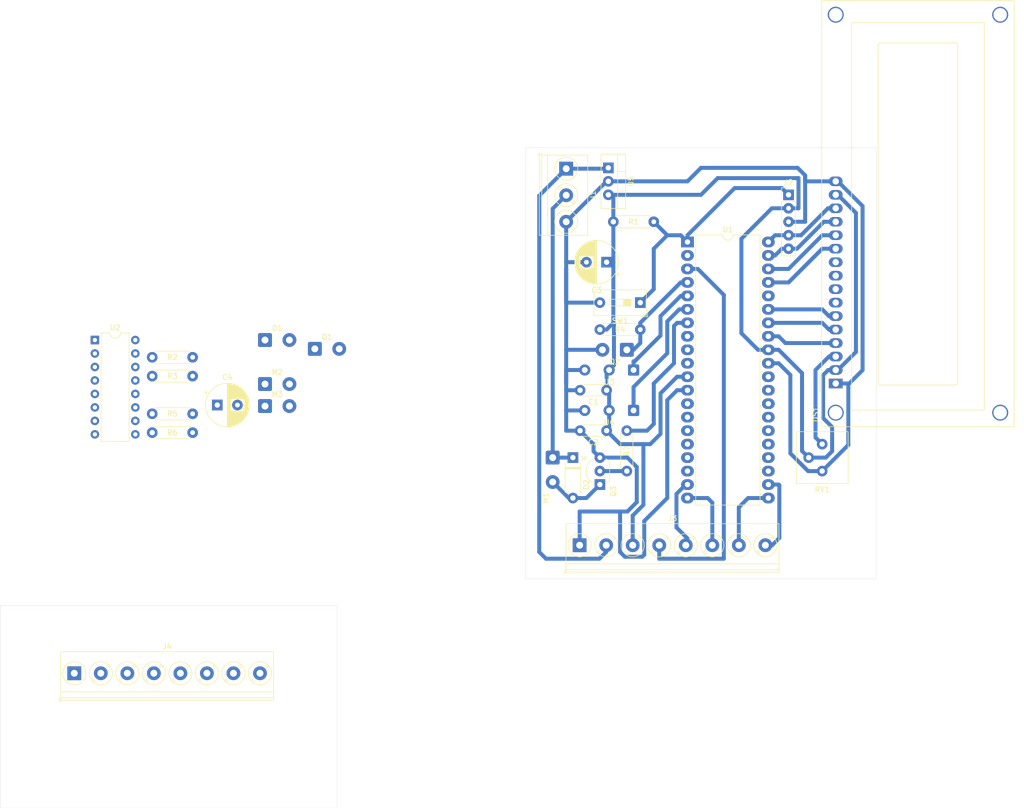
<source format=kicad_pcb>
(kicad_pcb (version 20240108) (generator "pcbnew") (generator_version "8.0")
  (layers (0 "F.Cu" signal) (31 "B.Cu" signal) (34 "B.Paste" user) (35 "F.Paste" user) (36 "B.SilkS" user "B.Silkscreen") (37 "F.SilkS" user "F.Silkscreen") (38 "B.Mask" user) (39 "F.Mask" user) (44 "Edge.Cuts" user))
  (net 0 "")
  (net 1 "+5V")
  (net 2 "GND")
  (net 3 "Net-(D1-A)")
  (net 4 "+12V")
  (net 5 "Net-(D2-A)")
  (net 6 "Net-(DS1-D4)")
  (net 8 "Net-(DS1-D7)")
  (net 9 "Net-(DS1-E)")
  (net 10 "Net-(DS1-R{slash}W)")
  (net 13 "Net-(DS1-D5)")
  (net 14 "Net-(DS1-RS)")
  (net 15 "Net-(DS1-VO)")
  (net 16 "Net-(DS1-D6)")
  (net 18 "+9V")
  (net 19 "Net-(M2--)")
  (net 20 "Net-(M2-+)")
  (net 21 "Net-(M3--)")
  (net 22 "Net-(M3-+)")
  (net 23 "Net-(Q2-C)")
  (net 24 "fan")
  (net 25 "Net-(J2-Pin_1)")
  (net 26 "Net-(U2-EN1,2)")
  (net 27 "Net-(U2-EN3,4)")
  (net 41 "Net-(U1-RA4)")
  (net 43 "Net-(U1-RA3)")
  (net 44 "Net-(J3-Pin_4)")
  (net 48 "Net-(J3-Pin_5)")
  (net 51 "Net-(J4-Pin_4)")
  (net 52 "Net-(J4-Pin_2)")
  (net 53 "Net-(J4-Pin_5)")
  (net 54 "Net-(J4-Pin_1)")
  (net 55 "Net-(J4-Pin_3)")
  (net 56 "Net-(Q3-B)")
  (net 57 "Net-(J3-Pin_6)")
  (net 58 "Net-(J3-Pin_8)")
  (net 59 "Net-(J3-Pin_7)")
  (footprint "EZ_TEJ_Library:TO-92_Inline_Wide" (layer "F.Cu") (at 140.97 114.3 90)
    (property "Reference" "Q3" (at -1.27 2.54 90) (layer "F.SilkS"))
    (property "Value" "NPN")
    (pad "1" thru_hole rect (at 0 0 90) (size 2 2) (drill 1) (layers "*.Cu" "*.Mask") (net 5 "Net-(D2-A)"))
    (pad "2" thru_hole circle (at 2.54 0 90) (size 2 2) (drill 0.9) (layers "*.Cu" "*.Mask") (net 56 "Net-(Q3-B)"))
    (pad "3" thru_hole circle (at 5.08 0 90) (size 2 2) (drill 0.9) (layers "*.Cu" "*.Mask") (net 2 "GND"))
  )
  (footprint "EZ_TEJ_Library:DIP-40_W15.24mm_LongPads" (layer "F.Cu") (at 157.48 68.58)
    (property "Reference" "U1" (at 7.62 -2.33 0) (layer "F.SilkS"))
    (property "Value" "PIC16F18875-E/P")
    (pad "1" thru_hole rect (at 0 0) (size 2.4 2) (drill 1) (layers "*.Cu" "*.Mask") (net 25 "Net-(J2-Pin_1)"))
    (pad "2" thru_hole oval (at 0 2.54) (size 2.4 2) (drill 1) (layers "*.Cu" "*.Mask"))
    (pad "3" thru_hole oval (at 0 5.08) (size 2.4 2) (drill 1) (layers "*.Cu" "*.Mask") (net 44 "Net-(J3-Pin_4)"))
    (pad "4" thru_hole oval (at 0 7.62) (size 2.4 2) (drill 1) (layers "*.Cu" "*.Mask") (net 23 "Net-(Q2-C)"))
    (pad "5" thru_hole oval (at 0 10.16) (size 2.4 2) (drill 1) (layers "*.Cu" "*.Mask") (net 43 "Net-(U1-RA3)"))
    (pad "6" thru_hole oval (at 0 12.7) (size 2.4 2) (drill 1) (layers "*.Cu" "*.Mask") (net 41 "Net-(U1-RA4)"))
    (pad "7" thru_hole oval (at 0 15.24) (size 2.4 2) (drill 1) (layers "*.Cu" "*.Mask") (net 24 "fan"))
    (pad "8" thru_hole oval (at 0 17.78) (size 2.4 2) (drill 1) (layers "*.Cu" "*.Mask"))
    (pad "9" thru_hole oval (at 0 20.32) (size 2.4 2) (drill 1) (layers "*.Cu" "*.Mask"))
    (pad "10" thru_hole oval (at 0 22.86) (size 2.4 2) (drill 1) (layers "*.Cu" "*.Mask"))
    (pad "11" thru_hole oval (at 0 25.4) (size 2.4 2) (drill 1) (layers "*.Cu" "*.Mask") (net 1 "+5V"))
    (pad "12" thru_hole oval (at 0 27.94) (size 2.4 2) (drill 1) (layers "*.Cu" "*.Mask") (net 2 "GND"))
    (pad "13" thru_hole oval (at 0 30.48) (size 2.4 2) (drill 1) (layers "*.Cu" "*.Mask"))
    (pad "14" thru_hole oval (at 0 33.02) (size 2.4 2) (drill 1) (layers "*.Cu" "*.Mask"))
    (pad "15" thru_hole oval (at 0 35.56) (size 2.4 2) (drill 1) (layers "*.Cu" "*.Mask"))
    (pad "16" thru_hole oval (at 0 38.1) (size 2.4 2) (drill 1) (layers "*.Cu" "*.Mask"))
    (pad "17" thru_hole oval (at 0 40.64) (size 2.4 2) (drill 1) (layers "*.Cu" "*.Mask"))
    (pad "18" thru_hole oval (at 0 43.18) (size 2.4 2) (drill 1) (layers "*.Cu" "*.Mask"))
    (pad "19" thru_hole oval (at 0 45.72) (size 2.4 2) (drill 1) (layers "*.Cu" "*.Mask") (net 48 "Net-(J3-Pin_5)"))
    (pad "20" thru_hole oval (at 0 48.26) (size 2.4 2) (drill 1) (layers "*.Cu" "*.Mask") (net 57 "Net-(J3-Pin_6)"))
    (pad "21" thru_hole oval (at 15.24 48.26) (size 2.4 2) (drill 1) (layers "*.Cu" "*.Mask") (net 59 "Net-(J3-Pin_7)"))
    (pad "22" thru_hole oval (at 15.24 45.72) (size 2.4 2) (drill 1) (layers "*.Cu" "*.Mask") (net 58 "Net-(J3-Pin_8)"))
    (pad "23" thru_hole oval (at 15.24 43.18) (size 2.4 2) (drill 1) (layers "*.Cu" "*.Mask"))
    (pad "24" thru_hole oval (at 15.24 40.64) (size 2.4 2) (drill 1) (layers "*.Cu" "*.Mask"))
    (pad "25" thru_hole oval (at 15.24 38.1) (size 2.4 2) (drill 1) (layers "*.Cu" "*.Mask"))
    (pad "26" thru_hole oval (at 15.24 35.56) (size 2.4 2) (drill 1) (layers "*.Cu" "*.Mask"))
    (pad "27" thru_hole oval (at 15.24 33.02) (size 2.4 2) (drill 1) (layers "*.Cu" "*.Mask"))
    (pad "28" thru_hole oval (at 15.24 30.48) (size 2.4 2) (drill 1) (layers "*.Cu" "*.Mask"))
    (pad "29" thru_hole oval (at 15.24 27.94) (size 2.4 2) (drill 1) (layers "*.Cu" "*.Mask"))
    (pad "30" thru_hole oval (at 15.24 25.4) (size 2.4 2) (drill 1) (layers "*.Cu" "*.Mask"))
    (pad "31" thru_hole oval (at 15.24 22.86) (size 2.4 2) (drill 1) (layers "*.Cu" "*.Mask") (net 2 "GND"))
    (pad "32" thru_hole oval (at 15.24 20.32) (size 2.4 2) (drill 1) (layers "*.Cu" "*.Mask") (net 1 "+5V"))
    (pad "33" thru_hole oval (at 15.24 17.78) (size 2.4 2) (drill 1) (layers "*.Cu" "*.Mask") (net 14 "Net-(DS1-RS)"))
    (pad "34" thru_hole oval (at 15.24 15.24) (size 2.4 2) (drill 1) (layers "*.Cu" "*.Mask") (net 10 "Net-(DS1-R{slash}W)"))
    (pad "35" thru_hole oval (at 15.24 12.7) (size 2.4 2) (drill 1) (layers "*.Cu" "*.Mask") (net 9 "Net-(DS1-E)"))
    (pad "36" thru_hole oval (at 15.24 10.16) (size 2.4 2) (drill 1) (layers "*.Cu" "*.Mask"))
    (pad "37" thru_hole oval (at 15.24 7.62) (size 2.4 2) (drill 1) (layers "*.Cu" "*.Mask") (net 6 "Net-(DS1-D4)"))
    (pad "38" thru_hole oval (at 15.24 5.08) (size 2.4 2) (drill 1) (layers "*.Cu" "*.Mask") (net 13 "Net-(DS1-D5)"))
    (pad "39" thru_hole oval (at 15.24 2.54) (size 2.4 2) (drill 1) (layers "*.Cu" "*.Mask") (net 16 "Net-(DS1-D6)"))
    (pad "40" thru_hole oval (at 15.24 0) (size 2.4 2) (drill 1) (layers "*.Cu" "*.Mask") (net 8 "Net-(DS1-D7)"))
  )
  (footprint "Display:WC1602A" (layer "F.Cu") (at 185.42 95.25 90)
    (property "Reference" "DS1" (at -5.82 -3.81 90) (layer "F.SilkS"))
    (property "Value" "WC1602A")
    (pad "" thru_hole circle (at -5.4991 0 90) (size 3 3) (drill 2.5) (layers "*.Cu" "*.Mask"))
    (pad "" thru_hole circle (at -5.4991 31.0007 90) (size 3 3) (drill 2.5) (layers "*.Cu" "*.Mask"))
    (pad "" thru_hole circle (at 69.49948 31.0007 90) (size 3 3) (drill 2.5) (layers "*.Cu" "*.Mask"))
    (pad "" thru_hole circle (at 69.5 0 90) (size 3 3) (drill 2.5) (layers "*.Cu" "*.Mask"))
    (pad "1" thru_hole rect (at 0 0 90) (size 1.8 2.6) (drill 1.2) (layers "*.Cu" "*.Mask") (net 2 "GND"))
    (pad "2" thru_hole oval (at 2.54 0 90) (size 1.8 2.6) (drill 1.2) (layers "*.Cu" "*.Mask") (net 1 "+5V"))
    (pad "3" thru_hole oval (at 5.08 0 90) (size 1.8 2.6) (drill 1.2) (layers "*.Cu" "*.Mask") (net 15 "Net-(DS1-VO)"))
    (pad "4" thru_hole oval (at 7.62 0 90) (size 1.8 2.6) (drill 1.2) (layers "*.Cu" "*.Mask") (net 14 "Net-(DS1-RS)"))
    (pad "5" thru_hole oval (at 10.16 0 90) (size 1.8 2.6) (drill 1.2) (layers "*.Cu" "*.Mask") (net 10 "Net-(DS1-R{slash}W)"))
    (pad "6" thru_hole oval (at 12.7 0 90) (size 1.8 2.6) (drill 1.2) (layers "*.Cu" "*.Mask") (net 9 "Net-(DS1-E)"))
    (pad "7" thru_hole oval (at 15.24 0 90) (size 1.8 2.6) (drill 1.2) (layers "*.Cu" "*.Mask"))
    (pad "8" thru_hole oval (at 17.78 0 90) (size 1.8 2.6) (drill 1.2) (layers "*.Cu" "*.Mask"))
    (pad "9" thru_hole oval (at 20.32 0 90) (size 1.8 2.6) (drill 1.2) (layers "*.Cu" "*.Mask"))
    (pad "10" thru_hole oval (at 22.86 0 90) (size 1.8 2.6) (drill 1.2) (layers "*.Cu" "*.Mask"))
    (pad "11" thru_hole oval (at 25.4 0 90) (size 1.8 2.6) (drill 1.2) (layers "*.Cu" "*.Mask") (net 6 "Net-(DS1-D4)"))
    (pad "12" thru_hole oval (at 27.94 0 90) (size 1.8 2.6) (drill 1.2) (layers "*.Cu" "*.Mask") (net 13 "Net-(DS1-D5)"))
    (pad "13" thru_hole oval (at 30.48 0 90) (size 1.8 2.6) (drill 1.2) (layers "*.Cu" "*.Mask") (net 16 "Net-(DS1-D6)"))
    (pad "14" thru_hole oval (at 33.02 0 90) (size 1.8 2.6) (drill 1.2) (layers "*.Cu" "*.Mask") (net 8 "Net-(DS1-D7)"))
    (pad "15" thru_hole oval (at 35.56 0 90) (size 1.8 2.6) (drill 1.2) (layers "*.Cu" "*.Mask") (net 1 "+5V"))
    (pad "16" thru_hole oval (at 38.1 0 90) (size 1.8 2.6) (drill 1.2) (layers "*.Cu" "*.Mask") (net 2 "GND"))
  )
  (footprint "Package_DIP:DIP-16_W7.62mm" (layer "F.Cu") (at 45.8 87.06)
    (property "Reference" "U2" (at 3.81 -2.33 0) (layer "F.SilkS"))
    (property "Value" "L293D")
    (pad "1" thru_hole rect (at 0 0) (size 1.6 1.6) (drill 0.8) (layers "*.Cu" "*.Mask") (net 26 "Net-(U2-EN1,2)"))
    (pad "2" thru_hole oval (at 0 2.54) (size 1.6 1.6) (drill 0.8) (layers "*.Cu" "*.Mask") (net 53 "Net-(J4-Pin_5)"))
    (pad "3" thru_hole oval (at 0 5.08) (size 1.6 1.6) (drill 0.8) (layers "*.Cu" "*.Mask") (net 20 "Net-(M2-+)"))
    (pad "4" thru_hole oval (at 0 7.62) (size 1.6 1.6) (drill 0.8) (layers "*.Cu" "*.Mask") (net 2 "GND"))
    (pad "5" thru_hole oval (at 0 10.16) (size 1.6 1.6) (drill 0.8) (layers "*.Cu" "*.Mask") (net 2 "GND"))
    (pad "6" thru_hole oval (at 0 12.7) (size 1.6 1.6) (drill 0.8) (layers "*.Cu" "*.Mask") (net 19 "Net-(M2--)"))
    (pad "7" thru_hole oval (at 0 15.24) (size 1.6 1.6) (drill 0.8) (layers "*.Cu" "*.Mask") (net 51 "Net-(J4-Pin_4)"))
    (pad "8" thru_hole oval (at 0 17.78) (size 1.6 1.6) (drill 0.8) (layers "*.Cu" "*.Mask") (net 1 "+5V"))
    (pad "9" thru_hole oval (at 7.62 17.78) (size 1.6 1.6) (drill 0.8) (layers "*.Cu" "*.Mask") (net 27 "Net-(U2-EN3,4)"))
    (pad "10" thru_hole oval (at 7.62 15.24) (size 1.6 1.6) (drill 0.8) (layers "*.Cu" "*.Mask") (net 55 "Net-(J4-Pin_3)"))
    (pad "11" thru_hole oval (at 7.62 12.7) (size 1.6 1.6) (drill 0.8) (layers "*.Cu" "*.Mask") (net 22 "Net-(M3-+)"))
    (pad "12" thru_hole oval (at 7.62 10.16) (size 1.6 1.6) (drill 0.8) (layers "*.Cu" "*.Mask") (net 2 "GND"))
    (pad "13" thru_hole oval (at 7.62 7.62) (size 1.6 1.6) (drill 0.8) (layers "*.Cu" "*.Mask") (net 2 "GND"))
    (pad "14" thru_hole oval (at 7.62 5.08) (size 1.6 1.6) (drill 0.8) (layers "*.Cu" "*.Mask") (net 21 "Net-(M3--)"))
    (pad "15" thru_hole oval (at 7.62 2.54) (size 1.6 1.6) (drill 0.8) (layers "*.Cu" "*.Mask") (net 52 "Net-(J4-Pin_2)"))
    (pad "16" thru_hole oval (at 7.62 0) (size 1.6 1.6) (drill 0.8) (layers "*.Cu" "*.Mask") (net 1 "+5V"))
  )
  (footprint "EZ_TEJ_Library:CP_Radial_D8.0mm_P3.80mm" (layer "F.Cu") (at 68.864698 99.31)
    (property "Reference" "C4" (at 1.9 -5.25 0) (layer "F.SilkS"))
    (property "Value" "1000uF")
    (pad "1" thru_hole rect (at 0 0) (size 2 2) (drill 1) (layers "*.Cu" "*.Mask") (net 1 "+5V"))
    (pad "2" thru_hole circle (at 3.8 0) (size 2 2) (drill 0.9) (layers "*.Cu" "*.Mask") (net 2 "GND"))
  )
  (footprint "Connector_PinHeader_2.54mm:PinHeader_1x05_P2.54mm_Vertical" (layer "F.Cu") (at 176.53 59.69)
    (property "Reference" "J2" (at 0 -2.33 360) (layer "F.SilkS"))
    (property "Value" "headers")
    (pad "1" thru_hole rect (at 0 0) (size 2 2) (drill 1) (layers "*.Cu" "*.Mask") (net 25 "Net-(J2-Pin_1)"))
    (pad "2" thru_hole circle (at 0 2.54) (size 2 2) (drill 0.9) (layers "*.Cu" "*.Mask") (net 1 "+5V"))
    (pad "3" thru_hole circle (at 0 5.08) (size 2 2) (drill 0.9) (layers "*.Cu" "*.Mask") (net 2 "GND"))
    (pad "4" thru_hole circle (at 0 7.62) (size 2 2) (drill 0.9) (layers "*.Cu" "*.Mask") (net 8 "Net-(DS1-D7)"))
    (pad "5" thru_hole circle (at 0 10.16) (size 2 2) (drill 0.9) (layers "*.Cu" "*.Mask") (net 16 "Net-(DS1-D6)"))
  )
  (footprint "EZ_TEJ_Library:SolderWire-0.5sqmm_1x02_P4.6mm_D0.9mm_OD2.1mm" (layer "F.Cu") (at 87.25 88.72)
    (property "Reference" "Q1" (at 2.3 -2.25 0) (layer "F.SilkS"))
    (property "Value" "BPW40")
    (pad "1" thru_hole roundrect (at 0 0) (size 2.6 2.6) (drill 1.3) (layers "*.Cu" "*.Mask") (roundrect_rratio 0.119048) (net 54 "Net-(J4-Pin_1)"))
    (pad "2" thru_hole circle (at 4.6 0) (size 2.6 2.6) (drill 1.3) (layers "*.Cu" "*.Mask") (net 2 "GND"))
  )
  (footprint "TerminalBlock_Phoenix:TerminalBlock_Phoenix_PT-1,5-3-5.0-H_1x03_P5.00mm_Horizontal" (layer "F.Cu") (at 134.62 54.77 -90)
    (property "Reference" "J1" (at 5 -5.06 90) (layer "F.SilkS"))
    (property "Value" "~")
    (pad "1" thru_hole rect (at 0 0 270) (size 2.6 2.6) (drill 1.3) (layers "*.Cu" "*.Mask") (net 18 "+9V"))
    (pad "2" thru_hole circle (at 5 0 270) (size 2.6 2.6) (drill 1.3) (layers "*.Cu" "*.Mask") (net 4 "+12V"))
    (pad "3" thru_hole circle (at 10 0 270) (size 2.6 2.6) (drill 1.3) (layers "*.Cu" "*.Mask") (net 2 "GND"))
  )
  (footprint "EZ_TEJ_Library:SolderWire-0.5sqmm_1x02_P4.6mm_D0.9mm_OD2.1mm" (layer "F.Cu") (at 77.86 87.06)
    (property "Reference" "D1" (at 2.3 -2.25 0) (layer "F.SilkS"))
    (property "Value" "LED")
    (pad "1" thru_hole roundrect (at 0 0) (size 2.6 2.6) (drill 1.3) (layers "*.Cu" "*.Mask") (roundrect_rratio 0.119048) (net 2 "GND"))
    (pad "2" thru_hole circle (at 4.6 0) (size 2.6 2.6) (drill 1.3) (layers "*.Cu" "*.Mask") (net 3 "Net-(D1-A)"))
  )
  (footprint "EZ_TEJ_Library:R_Axial_DIN0207_L6.3mm_D2.5mm_P7.62mm_Horizontal" (layer "F.Cu") (at 56.6 93.86)
    (property "Reference" "R3" (at 3.81 0 0) (layer "F.SilkS"))
    (property "Value" "220" (hide yes))
    (pad "1" thru_hole circle (at 0 0) (size 2 2) (drill 1) (layers "*.Cu" "*.Mask") (net 1 "+5V"))
    (pad "2" thru_hole circle (at 7.62 0) (size 2 2) (drill 0.9) (layers "*.Cu" "*.Mask") (net 3 "Net-(D1-A)"))
  )
  (footprint "EZ_TEJ_Library:D_DO-41_SOD81_P7.62mm_Horizontal" (layer "F.Cu") (at 135.89 109.22 -90)
    (property "Reference" "D2" (at 5.08 -2.54 90) (layer "F.SilkS"))
    (property "Value" "D" (hide yes))
    (fp_text user "K" (at 0 -2.1 90) (layer "F.SilkS"))
    (pad "1" thru_hole rect (at 0 0 270) (size 2 2) (drill 1) (layers "*.Cu" "*.Mask") (net 4 "+12V"))
    (pad "2" thru_hole circle (at 7.62 0 270) (size 2 2) (drill 1) (layers "*.Cu" "*.Mask") (net 5 "Net-(D2-A)"))
  )
  (footprint "EZ_TEJ_Library:TO-220-3_Vertical" (layer "F.Cu") (at 142.565 54.61 -90)
    (property "Reference" "U5" (at 2.54 -4.27 90) (layer "F.SilkS"))
    (property "Value" "L7805")
    (pad "1" thru_hole rect (at 0 0 270) (size 2 2) (drill 1) (layers "*.Cu" "*.Mask") (net 18 "+9V"))
    (pad "2" thru_hole circle (at 2.54 0 270) (size 2 2) (drill 1) (layers "*.Cu" "*.Mask") (net 2 "GND"))
    (pad "3" thru_hole circle (at 5.08 0 270) (size 2 2) (drill 1) (layers "*.Cu" "*.Mask") (net 1 "+5V"))
  )
  (footprint "Potentiometer_THT:Potentiometer_Bourns_3386P_Vertical" (layer "F.Cu") (at 182.865 106.68 180)
    (property "Reference" "RV1" (at -0.015 -8.555 0) (layer "F.SilkS"))
    (property "Value" "100k")
    (pad "1" thru_hole oval (at 2.54 -2.54 180) (size 2 2) (drill 1) (layers "*.Cu" "*.Mask") (net 1 "+5V"))
    (pad "2" thru_hole oval (at 0 0 180) (size 2 2) (drill 1) (layers "*.Cu" "*.Mask") (net 15 "Net-(DS1-VO)"))
    (pad "3" thru_hole oval (at 0 -5.08 180) (size 2 2) (drill 1) (layers "*.Cu" "*.Mask") (net 2 "GND"))
  )
  (footprint "EZ_TEJ_Library:SolderWire-0.5sqmm_1x02_P4.6mm_D0.9mm_OD2.1mm" (layer "F.Cu") (at 77.86 95.36)
    (property "Reference" "M2" (at 2.3 -2.25 0) (layer "F.SilkS"))
    (property "Value" "Left")
    (pad "1" thru_hole roundrect (at 0 0) (size 2.6 2.6) (drill 1.3) (layers "*.Cu" "*.Mask") (roundrect_rratio 0.119048) (net 20 "Net-(M2-+)"))
    (pad "2" thru_hole circle (at 4.6 0) (size 2.6 2.6) (drill 1.3) (layers "*.Cu" "*.Mask") (net 19 "Net-(M2--)"))
  )
  (footprint "EZ_TEJ_Library:C_Disc_D4.3mm_W1.9mm_P5.00mm" (layer "F.Cu") (at 142.24 96.52 180)
    (property "Reference" "C1" (at 2.5 -2.2 360) (layer "F.SilkS"))
    (property "Value" "0.1uF")
    (pad "1" thru_hole circle (at 0 0 180) (size 2 2) (drill 1) (layers "*.Cu" "*.Mask") (net 1 "+5V"))
    (pad "2" thru_hole circle (at 5 0 180) (size 2 2) (drill 1) (layers "*.Cu" "*.Mask") (net 2 "GND"))
  )
  (footprint "EZ_TEJ_Library:R_Axial_DIN0207_L6.3mm_D2.5mm_P7.62mm_Horizontal" (layer "F.Cu") (at 140.97 85.09)
    (property "Reference" "R4" (at 3.81 0 360) (layer "F.SilkS"))
    (property "Value" "150k" (hide yes))
    (pad "1" thru_hole circle (at 0 0) (size 2 2) (drill 1) (layers "*.Cu" "*.Mask") (net 1 "+5V"))
    (pad "2" thru_hole circle (at 7.62 0) (size 2 2) (drill 0.9) (layers "*.Cu" "*.Mask") (net 23 "Net-(Q2-C)"))
  )
  (footprint "EZ_TEJ_Library:CP_Radial_D8.0mm_P3.80mm" (layer "F.Cu") (at 142.24 72.39 180)
    (property "Reference" "C3" (at 1.9 -5.25 360) (layer "F.SilkS"))
    (property "Value" "1000uF")
    (pad "1" thru_hole rect (at 0 0 180) (size 2 2) (drill 1) (layers "*.Cu" "*.Mask") (net 1 "+5V"))
    (pad "2" thru_hole circle (at 3.8 0 180) (size 2 2) (drill 0.9) (layers "*.Cu" "*.Mask") (net 2 "GND"))
  )
  (footprint "EZ_TEJ_Library:R_Axial_DIN0207_L6.3mm_D2.5mm_P7.62mm_Horizontal" (layer "F.Cu") (at 56.6 100.96)
    (property "Reference" "R5" (at 3.81 0 0) (layer "F.SilkS"))
    (property "Value" "R" (hide yes))
    (pad "1" thru_hole circle (at 0 0) (size 2 2) (drill 1) (layers "*.Cu" "*.Mask") (net 1 "+5V"))
    (pad "2" thru_hole circle (at 7.62 0) (size 2 2) (drill 0.9) (layers "*.Cu" "*.Mask") (net 26 "Net-(U2-EN1,2)"))
  )
  (footprint "EZ_TEJ_Library:R_Axial_DIN0207_L6.3mm_D2.5mm_P7.62mm_Horizontal" (layer "F.Cu") (at 146.05 111.76 90)
    (property "Reference" "R7" (at 3.81 0 90) (layer "F.SilkS"))
    (property "Value" "1k" (hide yes))
    (pad "1" thru_hole circle (at 0 0 90) (size 2 2) (drill 1) (layers "*.Cu" "*.Mask") (net 56 "Net-(Q3-B)"))
    (pad "2" thru_hole circle (at 7.62 0 90) (size 2 2) (drill 1) (layers "*.Cu" "*.Mask") (net 24 "fan"))
  )
  (footprint "Connector_Wire:SolderWire-0.5sqmm_1x03_P4.6mm_D0.9mm_OD2.1mm" (layer "F.Cu") (at 147.32 92.71 180)
    (property "Reference" "U3" (at 4.6 -2.25 180) (layer "F.SilkS"))
    (property "Value" "TSSP58038")
    (pad "1" thru_hole roundrect (at 0 0 180) (size 2.1 2.1) (drill 1.1) (layers "*.Cu" "*.Mask") (roundrect_rratio 0.119048) (net 43 "Net-(U1-RA3)"))
    (pad "2" thru_hole circle (at 9.2 0 180) (size 2.1 2.1) (drill 1.1) (layers "*.Cu" "*.Mask") (net 2 "GND"))
    (pad "3" thru_hole circle (at 4.6 0 180) (size 2.1 2.1) (drill 1.1) (layers "*.Cu" "*.Mask") (net 1 "+5V"))
  )
  (footprint "EZ_TEJ_Library:SolderWire-0.5sqmm_1x02_P4.6mm_D0.9mm_OD2.1mm" (layer "F.Cu") (at 146.05 88.9 180)
    (property "Reference" "Q2" (at 2.3 -2.25 360) (layer "F.SilkS"))
    (property "Value" "BP103BF")
    (pad "1" thru_hole roundrect (at 0 0 180) (size 2.6 2.6) (drill 1.3) (layers "*.Cu" "*.Mask") (roundrect_rratio 0.119048) (net 23 "Net-(Q2-C)"))
    (pad "2" thru_hole circle (at 4.6 0 180) (size 2.6 2.6) (drill 1.3) (layers "*.Cu" "*.Mask") (net 2 "GND"))
  )
  (footprint "TerminalBlock_Phoenix:TerminalBlock_Phoenix_PT-1,5-8-5.0-H_1x08_P5.00mm_Horizontal" (layer "F.Cu") (at 137.16 125.73)
    (property "Reference" "J3" (at 17.5 -5.06 360) (layer "F.SilkS"))
    (property "Value" "Screw_Terminal_01x05")
    (pad "1" thru_hole rect (at 0 0) (size 2.6 2.6) (drill 1.3) (layers "*.Cu" "*.Mask") (net 2 "GND"))
    (pad "2" thru_hole circle (at 5 0) (size 2.6 2.6) (drill 1.3) (layers "*.Cu" "*.Mask") (net 18 "+9V"))
    (pad "3" thru_hole circle (at 10 0) (size 2.6 2.6) (drill 1.3) (layers "*.Cu" "*.Mask") (net 1 "+5V"))
    (pad "4" thru_hole circle (at 15 0) (size 2.6 2.6) (drill 1.3) (layers "*.Cu" "*.Mask") (net 44 "Net-(J3-Pin_4)"))
    (pad "5" thru_hole circle (at 20 0) (size 2.6 2.6) (drill 1.3) (layers "*.Cu" "*.Mask") (net 48 "Net-(J3-Pin_5)"))
    (pad "6" thru_hole circle (at 25 0) (size 2.6 2.6) (drill 1.3) (layers "*.Cu" "*.Mask") (net 57 "Net-(J3-Pin_6)"))
    (pad "7" thru_hole circle (at 30 0) (size 2.6 2.6) (drill 1.3) (layers "*.Cu" "*.Mask") (net 59 "Net-(J3-Pin_7)"))
    (pad "8" thru_hole circle (at 35 0) (size 2.6 2.6) (drill 1.3) (layers "*.Cu" "*.Mask") (net 58 "Net-(J3-Pin_8)"))
  )
  (footprint "EZ_TEJ_Library:R_Axial_DIN0207_L6.3mm_D2.5mm_P7.62mm_Horizontal" (layer "F.Cu") (at 56.6 104.51)
    (property "Reference" "R6" (at 3.81 0 0) (layer "F.SilkS"))
    (property "Value" "R" (hide yes))
    (pad "1" thru_hole circle (at 0 0) (size 2 2) (drill 1) (layers "*.Cu" "*.Mask") (net 27 "Net-(U2-EN3,4)"))
    (pad "2" thru_hole circle (at 7.62 0) (size 2 2) (drill 0.9) (layers "*.Cu" "*.Mask") (net 1 "+5V"))
  )
  (footprint "EZ_TEJ_Library:SolderWire-0.5sqmm_1x02_P4.6mm_D0.9mm_OD2.1mm" (layer "F.Cu") (at 132.08 109.22 -90)
    (property "Reference" "M1" (at 7.62 1.27 90) (layer "F.SilkS"))
    (property "Value" "Fan")
    (pad "1" thru_hole roundrect (at 0 0 270) (size 2.6 2.6) (drill 1.3) (layers "*.Cu" "*.Mask") (roundrect_rratio 0.119048) (net 4 "+12V"))
    (pad "2" thru_hole circle (at 4.6 0 270) (size 2.6 2.6) (drill 1.3) (layers "*.Cu" "*.Mask") (net 5 "Net-(D2-A)"))
  )
  (footprint "EZ_TEJ_Library:SW_DIP_SPSTx01_Slide_9.78x4.72mm_W7.62mm_P2.54mm" (layer "F.Cu") (at 148.59 80.01 180)
    (property "Reference" "SW1" (at 3.81 -3.42 360) (layer "F.SilkS"))
    (property "Value" "SW_DIP_x01")
    (pad "1" thru_hole rect (at 0 0 180) (size 2 2) (drill 1) (layers "*.Cu" "*.Mask") (net 25 "Net-(J2-Pin_1)"))
    (pad "2" thru_hole circle (at 7.62 0 180) (size 2 2) (drill 1) (layers "*.Cu" "*.Mask") (net 2 "GND"))
  )
  (footprint "EZ_TEJ_Library:R_Axial_DIN0207_L6.3mm_D2.5mm_P7.62mm_Horizontal" (layer "F.Cu") (at 56.6 90.31)
    (property "Reference" "R2" (at 3.81 0 0) (layer "F.SilkS"))
    (property "Value" "47k" (hide yes))
    (pad "1" thru_hole circle (at 0 0) (size 2 2) (drill 1) (layers "*.Cu" "*.Mask") (net 1 "+5V"))
    (pad "2" thru_hole circle (at 7.62 0) (size 2 2) (drill 0.9) (layers "*.Cu" "*.Mask") (net 54 "Net-(J4-Pin_1)"))
  )
  (footprint "Connector_Wire:SolderWire-0.5sqmm_1x03_P4.6mm_D0.9mm_OD2.1mm" (layer "F.Cu") (at 147.32 100.33 180)
    (property "Reference" "U4" (at 4.6 -2.25 0) (layer "F.SilkS"))
    (property "Value" "TSSP58038")
    (pad "1" thru_hole roundrect (at 0 0 180) (size 2.1 2.1) (drill 1.1) (layers "*.Cu" "*.Mask") (roundrect_rratio 0.119048) (net 41 "Net-(U1-RA4)"))
    (pad "2" thru_hole circle (at 9.2 0 180) (size 2.1 2.1) (drill 1.1) (layers "*.Cu" "*.Mask") (net 2 "GND"))
    (pad "3" thru_hole circle (at 4.6 0 180) (size 2.1 2.1) (drill 1.1) (layers "*.Cu" "*.Mask") (net 1 "+5V"))
  )
  (footprint "EZ_TEJ_Library:C_Disc_D4.3mm_W1.9mm_P5.00mm" (layer "F.Cu") (at 142.24 104.14 180)
    (property "Reference" "C2" (at 2.5 -2.2 360) (layer "F.SilkS"))
    (property "Value" "0.1uF")
    (pad "1" thru_hole circle (at 0 0 180) (size 2 2) (drill 1) (layers "*.Cu" "*.Mask") (net 1 "+5V"))
    (pad "2" thru_hole circle (at 5 0 180) (size 2 2) (drill 1) (layers "*.Cu" "*.Mask") (net 2 "GND"))
  )
  (footprint "EZ_TEJ_Library:R_Axial_DIN0207_L6.3mm_D2.5mm_P7.62mm_Horizontal" (layer "F.Cu") (at 143.51 64.77)
    (property "Reference" "R1" (at 3.81 0 360) (layer "F.SilkS"))
    (property "Value" "4.7k" (hide yes))
    (pad "1" thru_hole circle (at 0 0) (size 2 2) (drill 1) (layers "*.Cu" "*.Mask") (net 1 "+5V"))
    (pad "2" thru_hole circle (at 7.62 0) (size 2 2) (drill 0.9) (layers "*.Cu" "*.Mask") (net 25 "Net-(J2-Pin_1)"))
  )
  (footprint "EZ_TEJ_Library:SolderWire-0.5sqmm_1x02_P4.6mm_D0.9mm_OD2.1mm" (layer "F.Cu") (at 77.86 99.51)
    (property "Reference" "M3" (at 2.3 -2.25 0) (layer "F.SilkS"))
    (property "Value" "Right")
    (pad "1" thru_hole roundrect (at 0 0) (size 2.6 2.6) (drill 1.3) (layers "*.Cu" "*.Mask") (roundrect_rratio 0.119048) (net 22 "Net-(M3-+)"))
    (pad "2" thru_hole circle (at 4.6 0) (size 2.6 2.6) (drill 1.3) (layers "*.Cu" "*.Mask") (net 21 "Net-(M3--)"))
  )
  (footprint "TerminalBlock_Phoenix:TerminalBlock_Phoenix_PT-1,5-8-5.0-H_1x08_P5.00mm_Horizontal" (layer "F.Cu") (at 41.91 149.86)
    (property "Reference" "J4" (at 17.5 -5.06 0) (layer "F.SilkS"))
    (property "Value" "~")
    (pad "1" thru_hole rect (at 0 0) (size 2.6 2.6) (drill 1.3) (layers "*.Cu" "*.Mask") (net 54 "Net-(J4-Pin_1)"))
    (pad "2" thru_hole circle (at 5 0) (size 2.6 2.6) (drill 1.3) (layers "*.Cu" "*.Mask") (net 52 "Net-(J4-Pin_2)"))
    (pad "3" thru_hole circle (at 10 0) (size 2.6 2.6) (drill 1.3) (layers "*.Cu" "*.Mask") (net 55 "Net-(J4-Pin_3)"))
    (pad "4" thru_hole circle (at 15 0) (size 2.6 2.6) (drill 1.3) (layers "*.Cu" "*.Mask") (net 51 "Net-(J4-Pin_4)"))
    (pad "5" thru_hole circle (at 20 0) (size 2.6 2.6) (drill 1.3) (layers "*.Cu" "*.Mask") (net 53 "Net-(J4-Pin_5)"))
    (pad "6" thru_hole circle (at 25 0) (size 2.6 2.6) (drill 1.3) (layers "*.Cu" "*.Mask") (net 1 "+5V"))
    (pad "7" thru_hole circle (at 30 0) (size 2.6 2.6) (drill 1.3) (layers "*.Cu" "*.Mask") (net 18 "+9V"))
    (pad "8" thru_hole circle (at 35 0) (size 2.6 2.6) (drill 1.3) (layers "*.Cu" "*.Mask") (net 2 "GND"))
  )
  (gr_rect (start 127 50.8) (end 193.04 132.08) (stroke (width 0.05)) (fill none) (layer "Edge.Cuts"))
  (gr_rect (start 27.94 137.16) (end 91.44 175.26) (stroke (width 0.05)) (fill none) (layer "Edge.Cuts"))
  (segment (start 147.16 120.149418) (end 149.175 118.134418) (width 0.75) (layer "B.Cu") (net 1))
  (segment (start 167.64 67.975) (end 173.385 62.23) (width 0.75) (layer "B.Cu") (net 1))
  (segment (start 189.23 63.1) (end 185.82 59.69) (width 0.75) (layer "B.Cu") (net 1))
  (segment (start 142.72 100.33) (end 142.72 97) (width 0.75) (layer "B.Cu") (net 1))
  (segment (start 143.625 91.805) (end 142.72 92.71) (width 0.75) (layer "B.Cu") (net 1))
  (segment (start 185.42 92.71) (end 185.82 92.71) (width 0.75) (layer "B.Cu") (net 1))
  (segment (start 163.165 56.545) (end 160.02 59.69) (width 0.75) (layer "B.Cu") (net 1))
  (segment (start 178.405 62.23) (end 178.405 56.545) (width 0.75) (layer "B.Cu") (net 1))
  (segment (start 170.77 88.9) (end 167.64 85.77) (width 0.75) (layer "B.Cu") (net 1))
  (segment (start 147.16 125.73) (end 147.16 120.149418) (width 0.75) (layer "B.Cu") (net 1))
  (segment (start 155.53 93.98) (end 152.4 97.11) (width 0.75) (layer "B.Cu") (net 1))
  (segment (start 189.23 89.3) (end 189.23 63.1) (width 0.75) (layer "B.Cu") (net 1))
  (segment (start 174.67 88.9) (end 172.72 88.9) (width 0.75) (layer "B.Cu") (net 1))
  (segment (start 157.48 93.98) (end 155.53 93.98) (width 0.75) (layer "B.Cu") (net 1))
  (segment (start 143.51 83.82) (end 143.625 83.935) (width 0.75) (layer "B.Cu") (net 1))
  (segment (start 185.82 92.71) (end 189.23 89.3) (width 0.75) (layer "B.Cu") (net 1))
  (segment (start 142.72 100.33) (end 142.72 103.66) (width 0.75) (layer "B.Cu") (net 1))
  (segment (start 149.175 118.134418) (end 149.175 106.68) (width 0.75) (layer "B.Cu") (net 1))
  (segment (start 167.64 85.77) (end 167.64 67.975) (width 0.75) (layer "B.Cu") (net 1))
  (segment (start 184.74 103.46) (end 184.74 108.025) (width 0.75) (layer "B.Cu") (net 1))
  (segment (start 179.07 107.965) (end 179.07 93.3) (width 0.75) (layer "B.Cu") (net 1))
  (segment (start 183.545 109.22) (end 180.325 109.22) (width 0.75) (layer "B.Cu") (net 1))
  (segment (start 173.385 62.23) (end 176.53 62.23) (width 0.75) (layer "B.Cu") (net 1))
  (segment (start 176.53 62.23) (end 178.405 62.23) (width 0.75) (layer "B.Cu") (net 1))
  (segment (start 142.24 85.09) (end 140.97 85.09) (width 0.75) (layer "B.Cu") (net 1))
  (segment (start 183.045 101.765) (end 184.74 103.46) (width 0.75) (layer "B.Cu") (net 1))
  (segment (start 172.72 88.9) (end 170.77 88.9) (width 0.75) (layer "B.Cu") (net 1))
  (segment (start 142.72 97) (end 142.24 96.52) (width 0.75) (layer "B.Cu") (net 1))
  (segment (start 143.51 64.77) (end 143.51 59.69) (width 0.75) (layer "B.Cu") (net 1))
  (segment (start 143.51 64.77) (end 143.51 72.39) (width 0.75) (layer "B.Cu") (net 1))
  (segment (start 185.42 92.71) (end 184.01 92.71) (width 0.75) (layer "B.Cu") (net 1))
  (segment (start 150.469418 106.68) (end 144.78 106.68) (width 0.75) (layer "B.Cu") (net 1))
  (segment (start 143.51 72.39) (end 143.51 83.82) (width 0.75) (layer "B.Cu") (net 1))
  (segment (start 142.24 96.52) (end 142.24 93.19) (width 0.75) (layer "B.Cu") (net 1))
  (segment (start 179.07 93.3) (end 174.67 88.9) (width 0.75) (layer "B.Cu") (net 1))
  (segment (start 152.4 97.11) (end 152.4 104.749418) (width 0.75) (layer "B.Cu") (net 1))
  (segment (start 185.82 59.69) (end 185.42 59.69) (width 0.75) (layer "B.Cu") (net 1))
  (segment (start 143.51 83.82) (end 142.24 85.09) (width 0.75) (layer "B.Cu") (net 1))
  (segment (start 184.74 108.025) (end 183.545 109.22) (width 0.75) (layer "B.Cu") (net 1))
  (segment (start 143.51 72.39) (end 142.24 72.39) (width 0.75) (layer "B.Cu") (net 1))
  (segment (start 142.24 93.19) (end 142.72 92.71) (width 0.75) (layer "B.Cu") (net 1))
  (segment (start 160.02 59.69) (end 142.565 59.69) (width 0.75) (layer "B.Cu") (net 1))
  (segment (start 142.72 103.66) (end 142.24 104.14) (width 0.75) (layer "B.Cu") (net 1))
  (segment (start 152.4 104.749418) (end 150.469418 106.68) (width 0.75) (layer "B.Cu") (net 1))
  (segment (start 144.78 106.68) (end 142.24 104.14) (width 0.75) (layer "B.Cu") (net 1))
  (segment (start 180.325 109.22) (end 179.07 107.965) (width 0.75) (layer "B.Cu") (net 1))
  (segment (start 143.51 59.69) (end 142.565 59.69) (width 0.75) (layer "B.Cu") (net 1))
  (segment (start 184.01 92.71) (end 183.045 93.675) (width 0.75) (layer "B.Cu") (net 1))
  (segment (start 143.625 83.935) (end 143.625 91.805) (width 0.75) (layer "B.Cu") (net 1))
  (segment (start 178.405 56.545) (end 163.165 56.545) (width 0.75) (layer "B.Cu") (net 1))
  (segment (start 183.045 93.675) (end 183.045 101.765) (width 0.75) (layer "B.Cu") (net 1))
  (segment (start 179.655 56.027233) (end 178.237767 54.61) (width 0.75) (layer "B.Cu") (net 2))
  (segment (start 185.82 57.15) (end 190.48 61.81) (width 0.75) (layer "B.Cu") (net 2))
  (segment (start 149.335 121.175) (end 149.335 127.525) (width 0.75) (layer "B.Cu") (net 2))
  (segment (start 178.237767 54.61) (end 160.02 54.61) (width 0.75) (layer "B.Cu") (net 2))
  (segment (start 140.97 80.01) (end 134.62 80.01) (width 0.75) (layer "B.Cu") (net 2))
  (segment (start 137.16 119.38) (end 144.78 119.38) (width 0.75) (layer "B.Cu") (net 2))
  (segment (start 139.78 106.68) (end 137.24 104.14) (width 0.75) (layer "B.Cu") (net 2))
  (segment (start 185.42 57.15) (end 185.82 57.15) (width 0.75) (layer "B.Cu") (net 2))
  (segment (start 146.161651 109.22) (end 140.97 109.22) (width 0.75) (layer "B.Cu") (net 2))
  (segment (start 134.62 92.71) (end 138.12 92.71) (width 0.75) (layer "B.Cu") (net 2))
  (segment (start 176.87 108.416651) (end 180.213349 111.76) (width 0.75) (layer "B.Cu") (net 2))
  (segment (start 144.78 127) (end 144.78 119.38) (width 0.75) (layer "B.Cu") (net 2))
  (segment (start 134.62 95.25) (end 134.62 88.9) (width 0.75) (layer "B.Cu") (net 2))
  (segment (start 139.78 108.03) (end 139.78 106.68) (width 0.75) (layer "B.Cu") (net 2))
  (segment (start 134.62 100.33) (end 134.62 104.14) (width 0.75) (layer "B.Cu") (net 2))
  (segment (start 187.96 95.25) (end 185.42 95.25) (width 0.75) (layer "B.Cu") (net 2))
  (segment (start 176.53 64.77) (end 179.655 64.77) (width 0.75) (layer "B.Cu") (net 2))
  (segment (start 174.67 91.44) (end 176.87 93.64) (width 0.75) (layer "B.Cu") (net 2))
  (segment (start 147.925 117.616651) (end 147.925 110.983349) (width 0.75) (layer "B.Cu") (net 2))
  (segment (start 190.48 61.81) (end 190.48 92.73) (width 0.75) (layer "B.Cu") (net 2))
  (segment (start 179.655 56.027233) (end 179.655 57.15) (width 0.75) (layer "B.Cu") (net 2))
  (segment (start 172.72 91.44) (end 174.67 91.44) (width 0.75) (layer "B.Cu") (net 2))
  (segment (start 148.955 127.905) (end 145.685 127.905) (width 0.75) (layer "B.Cu") (net 2))
  (segment (start 187.795 106.83) (end 182.865 111.76) (width 0.75) (layer "B.Cu") (net 2))
  (segment (start 137.16 125.73) (end 137.16 119.38) (width 0.75) (layer "B.Cu") (net 2))
  (segment (start 144.78 119.38) (end 146.161651 119.38) (width 0.75) (layer "B.Cu") (net 2))
  (segment (start 153.67 98.38) (end 153.67 116.84) (width 0.75) (layer "B.Cu") (net 2))
  (segment (start 157.48 96.52) (end 155.53 96.52) (width 0.75) (layer "B.Cu") (net 2))
  (segment (start 134.62 100.33) (end 138.12 100.33) (width 0.75) (layer "B.Cu") (net 2))
  (segment (start 134.62 88.9) (end 134.62 73.66) (width 0.75) (layer "B.Cu") (net 2))
  (segment (start 134.62 72.39) (end 134.62 64.77) (width 0.75) (layer "B.Cu") (net 2))
  (segment (start 149.335 127.525) (end 148.955 127.905) (width 0.75) (layer "B.Cu") (net 2))
  (segment (start 134.62 73.66) (end 134.62 72.39) (width 0.75) (layer "B.Cu") (net 2))
  (segment (start 145.685 127.905) (end 144.78 127) (width 0.75) (layer "B.Cu") (net 2))
  (segment (start 176.87 93.64) (end 176.87 108.416651) (width 0.75) (layer "B.Cu") (net 2))
  (segment (start 153.67 116.84) (end 149.335 121.175) (width 0.75) (layer "B.Cu") (net 2))
  (segment (start 187.795 95.25) (end 187.795 106.83) (width 0.75) (layer "B.Cu") (net 2))
  (segment (start 140.97 109.22) (end 139.78 108.03) (width 0.75) (layer "B.Cu") (net 2))
  (segment (start 157.48 57.15) (end 142.565 57.15) (width 0.75) (layer "B.Cu") (net 2))
  (segment (start 179.655 57.15) (end 185.42 57.15) (width 0.75) (layer "B.Cu") (net 2))
  (segment (start 147.925 110.983349) (end 146.161651 109.22) (width 0.75) (layer "B.Cu") (net 2))
  (segment (start 134.62 96.52) (end 137.24 96.52) (width 0.75) (layer "B.Cu") (net 2))
  (segment (start 155.53 96.52) (end 153.67 98.38) (width 0.75) (layer "B.Cu") (net 2))
  (segment (start 142.24 57.15) (end 142.565 57.15) (width 0.75) (layer "B.Cu") (net 2))
  (segment (start 134.62 104.14) (end 137.24 104.14) (width 0.75) (layer "B.Cu") (net 2))
  (segment (start 134.62 95.25) (end 134.62 92.71) (width 0.75) (layer "B.Cu") (net 2))
  (segment (start 179.655 64.77) (end 179.655 56.027233) (width 0.75) (layer "B.Cu") (net 2))
  (segment (start 185.42 95.25) (end 187.795 95.25) (width 0.75) (layer "B.Cu") (net 2))
  (segment (start 134.62 64.77) (end 142.24 57.15) (width 0.75) (layer "B.Cu") (net 2))
  (segment (start 146.161651 119.38) (end 147.925 117.616651) (width 0.75) (layer "B.Cu") (net 2))
  (segment (start 141.45 88.9) (end 134.62 88.9) (width 0.75) (layer "B.Cu") (net 2))
  (segment (start 134.62 95.25) (end 134.62 96.52) (width 0.75) (layer "B.Cu") (net 2))
  (segment (start 180.213349 111.76) (end 182.865 111.76) (width 0.75) (layer "B.Cu") (net 2))
  (segment (start 134.62 96.52) (end 134.62 100.33) (width 0.75) (layer "B.Cu") (net 2))
  (segment (start 190.48 92.73) (end 187.96 95.25) (width 0.75) (layer "B.Cu") (net 2))
  (segment (start 138.44 72.39) (end 134.62 72.39) (width 0.75) (layer "B.Cu") (net 2))
  (segment (start 134.62 80.01) (end 134.62 73.66) (width 0.75) (layer "B.Cu") (net 2))
  (segment (start 160.02 54.61) (end 157.48 57.15) (width 0.75) (layer "B.Cu") (net 2))
  (segment (start 135.89 109.22) (end 132.08 109.22) (width 0.75) (layer "B.Cu") (net 4))
  (segment (start 132.08 109.22) (end 132.08 62.31) (width 0.75) (layer "B.Cu") (net 4))
  (segment (start 132.08 62.31) (end 134.62 59.77) (width 0.75) (layer "B.Cu") (net 4))
  (segment (start 135.89 116.84) (end 135.1 116.84) (width 0.75) (layer "B.Cu") (net 5))
  (segment (start 135.1 116.84) (end 132.08 113.82) (width 0.75) (layer "B.Cu") (net 5))
  (segment (start 140.97 114.3) (end 138.43 116.84) (width 0.75) (layer "B.Cu") (net 5))
  (segment (start 138.43 116.84) (end 135.89 116.84) (width 0.75) (layer "B.Cu") (net 5))
  (segment (start 185.42 69.85) (end 182.88 69.85) (width 0.75) (layer "B.Cu") (net 6))
  (segment (start 182.88 69.85) (end 176.53 76.2) (width 0.75) (layer "B.Cu") (net 6))
  (segment (start 176.53 76.2) (end 172.72 76.2) (width 0.75) (layer "B.Cu") (net 6))
  (segment (start 173.99 67.31) (end 172.72 68.58) (width 0.75) (layer "B.Cu") (net 8))
  (segment (start 178.882767 67.31) (end 176.53 67.31) (width 0.75) (layer "B.Cu") (net 8))
  (segment (start 183.962767 62.23) (end 178.882767 67.31) (width 0.75) (layer "B.Cu") (net 8))
  (segment (start 176.53 67.31) (end 173.99 67.31) (width 0.75) (layer "B.Cu") (net 8))
  (segment (start 185.42 62.23) (end 183.962767 62.23) (width 0.75) (layer "B.Cu") (net 8))
  (segment (start 172.72 81.28) (end 182.88 81.28) (width 0.75) (layer "B.Cu") (net 9))
  (segment (start 182.88 81.28) (end 184.15 82.55) (width 0.75) (layer "B.Cu") (net 9))
  (segment (start 184.15 82.55) (end 185.42 82.55) (width 0.75) (layer "B.Cu") (net 9))
  (segment (start 184.15 85.09) (end 182.88 83.82) (width 0.75) (layer "B.Cu") (net 10))
  (segment (start 182.88 83.82) (end 172.72 83.82) (width 0.75) (layer "B.Cu") (net 10))
  (segment (start 185.42 85.09) (end 184.15 85.09) (width 0.75) (layer "B.Cu") (net 10))
  (segment (start 185.42 67.31) (end 182.88 67.31) (width 0.75) (layer "B.Cu") (net 13))
  (segment (start 182.88 67.31) (end 176.53 73.66) (width 0.75) (layer "B.Cu") (net 13))
  (segment (start 176.53 73.66) (end 172.72 73.66) (width 0.75) (layer "B.Cu") (net 13))
  (segment (start 175.94 87.63) (end 185.42 87.63) (width 0.75) (layer "B.Cu") (net 14))
  (segment (start 174.67 86.36) (end 175.94 87.63) (width 0.75) (layer "B.Cu") (net 14))
  (segment (start 172.72 86.36) (end 174.67 86.36) (width 0.75) (layer "B.Cu") (net 14))
  (segment (start 181.61 92.71) (end 181.61 105.425) (width 0.75) (layer "B.Cu") (net 15))
  (segment (start 184.15 90.17) (end 185.42 90.17) (width 0.75) (layer "B.Cu") (net 15))
  (segment (start 181.61 92.71) (end 184.15 90.17) (width 0.75) (layer "B.Cu") (net 15))
  (segment (start 181.61 105.425) (end 182.865 106.68) (width 0.75) (layer "B.Cu") (net 15))
  (segment (start 172.72 71.12) (end 173.99 71.12) (width 0.75) (layer "B.Cu") (net 16))
  (segment (start 183.190534 64.77) (end 178.110534 69.85) (width 0.75) (layer "B.Cu") (net 16))
  (segment (start 175.26 69.85) (end 176.53 69.85) (width 0.75) (layer "B.Cu") (net 16))
  (segment (start 173.99 71.12) (end 175.26 69.85) (width 0.75) (layer "B.Cu") (net 16))
  (segment (start 178.110534 69.85) (end 176.53 69.85) (width 0.75) (layer "B.Cu") (net 16))
  (segment (start 185.42 64.77) (end 183.190534 64.77) (width 0.75) (layer "B.Cu") (net 16))
  (segment (start 130.81 128.27) (end 129.54 127) (width 0.75) (layer "B.Cu") (net 18))
  (segment (start 142.16 127) (end 140.89 128.27) (width 0.75) (layer "B.Cu") (net 18))
  (segment (start 129.54 127) (end 129.54 59.85) (width 0.75) (layer "B.Cu") (net 18))
  (segment (start 142.405 54.77) (end 142.565 54.61) (width 0.75) (layer "B.Cu") (net 18))
  (segment (start 140.89 128.27) (end 130.81 128.27) (width 0.75) (layer "B.Cu") (net 18))
  (segment (start 142.16 125.73) (end 142.16 127) (width 0.75) (layer "B.Cu") (net 18))
  (segment (start 134.62 54.77) (end 142.405 54.77) (width 0.75) (layer "B.Cu") (net 18))
  (segment (start 129.54 59.85) (end 134.62 54.77) (width 0.75) (layer "B.Cu") (net 18))
  (segment (start 148.59 85.09) (end 148.59 87.63) (width 0.75) (layer "B.Cu") (net 23))
  (segment (start 148.59 87.63) (end 147.32 88.9) (width 0.75) (layer "B.Cu") (net 23))
  (segment (start 156.21 76.2) (end 157.48 76.2) (width 0.75) (layer "B.Cu") (net 23))
  (segment (start 148.59 85.09) (end 148.59 83.82) (width 0.75) (layer "B.Cu") (net 23))
  (segment (start 148.59 83.82) (end 156.21 76.2) (width 0.75) (layer "B.Cu") (net 23))
  (segment (start 147.32 88.9) (end 146.05 88.9) (width 0.75) (layer "B.Cu") (net 23))
  (segment (start 151.13 102.87) (end 149.86 104.14) (width 0.75) (layer "B.Cu") (net 24))
  (segment (start 157.48 83.82) (end 155.53 83.82) (width 0.75) (layer "B.Cu") (net 24))
  (segment (start 154.94 91.44) (end 151.13 95.25) (width 0.75) (layer "B.Cu") (net 24))
  (segment (start 149.86 104.14) (end 146.05 104.14) (width 0.75) (layer "B.Cu") (net 24))
  (segment (start 151.13 95.25) (end 151.13 102.87) (width 0.75) (layer "B.Cu") (net 24))
  (segment (start 155.53 83.82) (end 154.94 84.41) (width 0.75) (layer "B.Cu") (net 24))
  (segment (start 154.94 84.41) (end 154.94 91.44) (width 0.75) (layer "B.Cu") (net 24))
  (segment (start 148.59 80.01) (end 151.13 77.47) (width 0.75) (layer "B.Cu") (net 25))
  (segment (start 156.21 67.31) (end 153.67 67.31) (width 0.75) (layer "B.Cu") (net 25))
  (segment (start 153.67 67.31) (end 151.13 64.77) (width 0.75) (layer "B.Cu") (net 25))
  (segment (start 151.13 69.85) (end 153.67 67.31) (width 0.75) (layer "B.Cu") (net 25))
  (segment (start 176.53 59.69) (end 175.26 58.42) (width 0.75) (layer "B.Cu") (net 25))
  (segment (start 157.48 67.31) (end 157.48 68.58) (width 0.75) (layer "B.Cu") (net 25))
  (segment (start 151.13 77.47) (end 151.13 69.85) (width 0.75) (layer "B.Cu") (net 25))
  (segment (start 166.37 58.42) (end 157.48 67.31) (width 0.75) (layer "B.Cu") (net 25))
  (segment (start 175.26 58.42) (end 166.37 58.42) (width 0.75) (layer "B.Cu") (net 25))
  (segment (start 157.48 68.58) (end 156.21 67.31) (width 0.75) (layer "B.Cu") (net 25))
  (segment (start 157.48 81.28) (end 155.935533 81.28) (width 0.75) (layer "B.Cu") (net 41))
  (segment (start 153.67 89.557918) (end 147.32 95.907918) (width 0.75) (layer "B.Cu") (net 41))
  (segment (start 153.67 83.545533) (end 153.67 89.557918) (width 0.75) (layer "B.Cu") (net 41))
  (segment (start 147.32 95.907918) (end 147.32 100.33) (width 0.75) (layer "B.Cu") (net 41))
  (segment (start 155.935533 81.28) (end 153.67 83.545533) (width 0.75) (layer "B.Cu") (net 41))
  (segment (start 152.4 86.206124) (end 147.531124 91.075) (width 0.75) (layer "B.Cu") (net 43))
  (segment (start 156.21 78.74) (end 152.4 82.55) (width 0.75) (layer "B.Cu") (net 43))
  (segment (start 147.531124 91.075) (end 147.32 91.075) (width 0.75) (layer "B.Cu") (net 43))
  (segment (start 147.32 91.075) (end 147.32 92.71) (width 0.75) (layer "B.Cu") (net 43))
  (segment (start 152.4 82.55) (end 152.4 86.206124) (width 0.75) (layer "B.Cu") (net 43))
  (segment (start 157.48 78.74) (end 156.21 78.74) (width 0.75) (layer "B.Cu") (net 43))
  (segment (start 157.48 73.66) (end 159.43 73.66) (width 0.75) (layer "B.Cu") (net 44))
  (segment (start 152.16 128.27) (end 152.16 125.73) (width 0.75) (layer "B.Cu") (net 44))
  (segment (start 164.335 128.27) (end 152.16 128.27) (width 0.75) (layer "B.Cu") (net 44))
  (segment (start 164.335 78.565) (end 164.335 128.27) (width 0.75) (layer "B.Cu") (net 44))
  (segment (start 159.43 73.66) (end 164.335 78.565) (width 0.75) (layer "B.Cu") (net 44))
  (segment (start 157.48 125.41) (end 157.16 125.73) (width 0.75) (layer "B.Cu") (net 48))
  (segment (start 157.16835 114.3) (end 155.405 116.06335) (width 0.75) (layer "B.Cu") (net 48))
  (segment (start 155.405 116.06335) (end 155.405 122.385) (width 0.75) (layer "B.Cu") (net 48))
  (segment (start 155.405 122.385) (end 157.48 124.46) (width 0.75) (layer "B.Cu") (net 48))
  (segment (start 157.48 124.46) (end 157.48 125.41) (width 0.75) (layer "B.Cu") (net 48))
  (segment (start 157.48 114.3) (end 157.16835 114.3) (width 0.75) (layer "B.Cu") (net 48))
  (segment (start 146.05 111.76) (end 140.97 111.76) (width 0.75) (layer "B.Cu") (net 56))
  (segment (start 162.16 117.71) (end 162.16 125.73) (width 0.75) (layer "B.Cu") (net 57))
  (segment (start 157.48 116.84) (end 161.29 116.84) (width 0.75) (layer "B.Cu") (net 57))
  (segment (start 161.29 116.84) (end 162.16 117.71) (width 0.75) (layer "B.Cu") (net 57))
  (segment (start 174.795 114.425) (end 174.795 124.365) (width 0.75) (layer "B.Cu") (net 58))
  (segment (start 172.72 114.3) (end 174.67 114.3) (width 0.75) (layer "B.Cu") (net 58))
  (segment (start 174.67 114.3) (end 174.795 114.425) (width 0.75) (layer "B.Cu") (net 58))
  (segment (start 174.795 124.365) (end 173.43 125.73) (width 0.75) (layer "B.Cu") (net 58))
  (segment (start 173.43 125.73) (end 172.16 125.73) (width 0.75) (layer "B.Cu") (net 58))
  (segment (start 167.16 118.59) (end 167.16 125.73) (width 0.75) (layer "B.Cu") (net 59))
  (segment (start 168.91 116.84) (end 167.16 118.59) (width 0.75) (layer "B.Cu") (net 59))
  (segment (start 172.72 116.84) (end 168.91 116.84) (width 0.75) (layer "B.Cu") (net 59))
)
</source>
